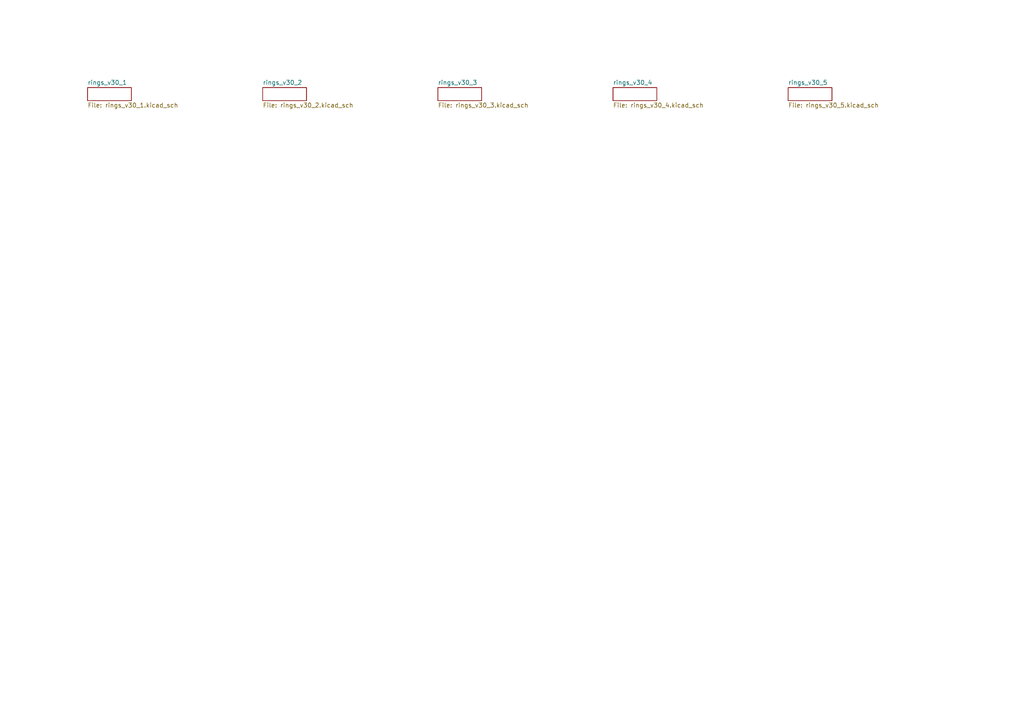
<source format=kicad_sch>
(kicad_sch (version 20211123) (generator eeschema)
  (paper "A4")
  (lib_symbols)
  (sheet (at 228.6 25.4) (size 12.7 3.81)
    (property "Sheet name" "rings_v30_5" (at 228.6 24.6884 0) (effects (justify left bottom)))
    (property "Sheet file" "rings_v30_5.kicad_sch" (at 228.6 29.7946 0) (effects (justify left top)))
  )
  (sheet (at 76.2 25.4) (size 12.7 3.81)
    (property "Sheet name" "rings_v30_2" (at 76.2 24.6884 0) (effects (justify left bottom)))
    (property "Sheet file" "rings_v30_2.kicad_sch" (at 76.2 29.7946 0) (effects (justify left top)))
  )
  (sheet (at 177.8 25.4) (size 12.7 3.81)
    (property "Sheet name" "rings_v30_4" (at 177.8 24.6884 0) (effects (justify left bottom)))
    (property "Sheet file" "rings_v30_4.kicad_sch" (at 177.8 29.7946 0) (effects (justify left top)))
  )
  (sheet (at 127 25.4) (size 12.7 3.81)
    (property "Sheet name" "rings_v30_3" (at 127 24.6884 0) (effects (justify left bottom)))
    (property "Sheet file" "rings_v30_3.kicad_sch" (at 127 29.7946 0) (effects (justify left top)))
  )
  (sheet (at 25.4 25.4) (size 12.7 3.81)
    (property "Sheet name" "rings_v30_1" (at 25.4 24.6884 0) (effects (justify left bottom)))
    (property "Sheet file" "rings_v30_1.kicad_sch" (at 25.4 29.7946 0) (effects (justify left top)))
  )
)
</source>
